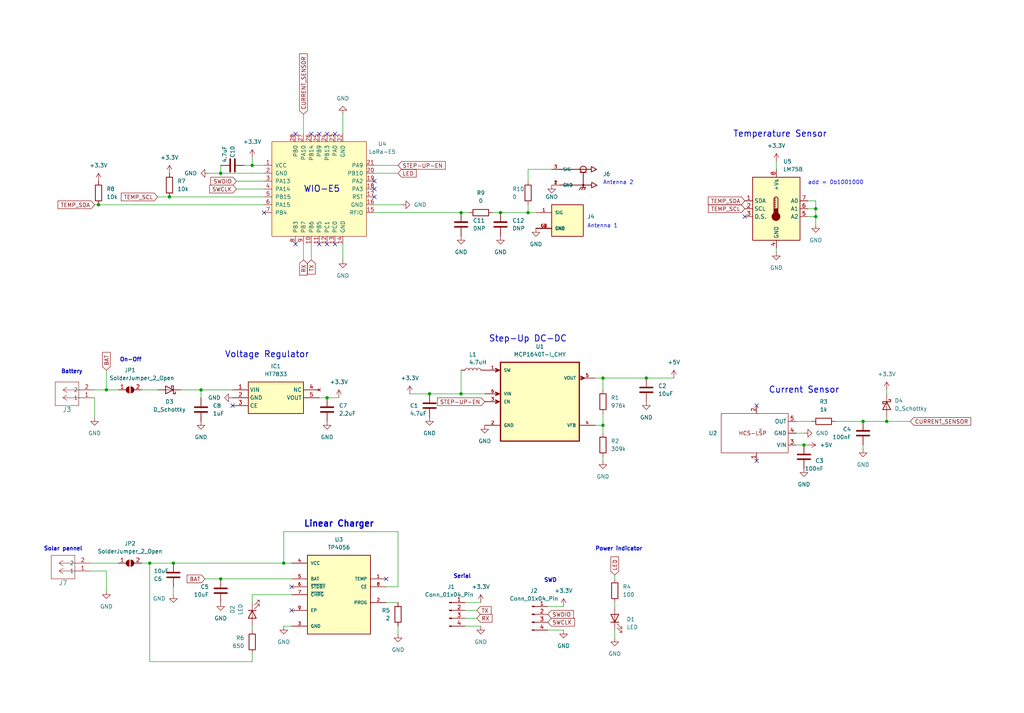
<source format=kicad_sch>
(kicad_sch (version 20230121) (generator eeschema)
  (paper "User" 329.997 229.997)
  (lib_symbols
    (symbol "BWSMA-KE-P001:BWSMA-KE-P001" (pin_names (offset 1.016))
      (property "Reference" "J" (at -5.08 5.842 0))
      (property "Value" "BWSMA-KE-P001" (at -5.08 -7.62 0))
      (symbol "BWSMA-KE-P001_0_0"
        (rectangle (start -5.08 -5.08) (end 5.08 5.08) (stroke (width 0.254)) (fill (type background)))
        (pin passive line (at -10.16 2.54 0) (length 5.08) (name "SIG") (number "1"))
        (pin power_in line (at -10.16 -2.54 0) (length 5.08) (name "GND") (number "G1"))
        (pin power_in line (at -10.16 -2.54 0) (length 5.08) (name "GND") (number "G2"))
        (pin power_in line (at -10.16 -2.54 0) (length 5.08) (name "GND") (number "G3"))
        (pin power_in line (at -10.16 -2.54 0) (length 5.08) (name "GND") (number "G4"))
      )
    )
    (symbol "Connector:Conn_01x04_Pin" (pin_names (offset 1.016) hide)
      (property "Reference" "J" (at 0 5.08 0))
      (property "Value" "Conn_01x04_Pin" (at 0 -7.62 0))
      (symbol "Conn_01x04_Pin_1_1"
        (polyline (pts (xy 1.27 -5.08) (xy 0.8636 -5.08)) (stroke (width 0.1524)))
        (polyline (pts (xy 1.27 -2.54) (xy 0.8636 -2.54)) (stroke (width 0.1524)))
        (polyline (pts (xy 1.27 0) (xy 0.8636 0)) (stroke (width 0.1524)))
        (polyline (pts (xy 1.27 2.54) (xy 0.8636 2.54)) (stroke (width 0.1524)))
        (rectangle (start 0.8636 -4.953) (end 0 -5.207) (stroke (width 0.1524)) (fill (type outline)))
        (rectangle (start 0.8636 -2.413) (end 0 -2.667) (stroke (width 0.1524)) (fill (type outline)))
        (rectangle (start 0.8636 0.127) (end 0 -0.127) (stroke (width 0.1524)) (fill (type outline)))
        (rectangle (start 0.8636 2.667) (end 0 2.413) (stroke (width 0.1524)) (fill (type outline)))
        (pin passive line (at 5.08 2.54 180) (length 3.81) (name "Pin_1") (number "1"))
        (pin passive line (at 5.08 0 180) (length 3.81) (name "Pin_2") (number "2"))
        (pin passive line (at 5.08 -2.54 180) (length 3.81) (name "Pin_3") (number "3"))
        (pin passive line (at 5.08 -5.08 180) (length 3.81) (name "Pin_4") (number "4"))
      )
    )
    (symbol "Device:C" (pin_numbers hide) (pin_names (offset 0.254))
      (property "Reference" "C" (at 0.635 2.54 0))
      (property "Value" "C" (at 0.635 -2.54 0))
      (symbol "C_0_1"
        (polyline (pts (xy -2.032 -0.762) (xy 2.032 -0.762)) (stroke (width 0.508)))
        (polyline (pts (xy -2.032 0.762) (xy 2.032 0.762)) (stroke (width 0.508)))
      )
      (symbol "C_1_1"
        (pin passive line (at 0 3.81 270) (length 2.794) (name "~") (number "1"))
        (pin passive line (at 0 -3.81 90) (length 2.794) (name "~") (number "2"))
      )
    )
    (symbol "Device:D_Schottky" (pin_numbers hide) (pin_names (offset 1.016) hide)
      (property "Reference" "D" (at 0 2.54 0))
      (property "Value" "D_Schottky" (at 0 -2.54 0))
      (symbol "D_Schottky_0_1"
        (polyline (pts (xy 1.27 0) (xy -1.27 0)))
        (polyline (pts (xy 1.27 1.27) (xy 1.27 -1.27) (xy -1.27 0) (xy 1.27 1.27)) (stroke (width 0.254)))
        (polyline (pts (xy -1.905 0.635) (xy -1.905 1.27) (xy -1.27 1.27) (xy -1.27 -1.27) (xy -0.635 -1.27) (xy -0.635 -0.635)) (stroke (width 0.254)))
      )
      (symbol "D_Schottky_1_1"
        (pin passive line (at -3.81 0 0) (length 2.54) (name "K") (number "1"))
        (pin passive line (at 3.81 0 180) (length 2.54) (name "A") (number "2"))
      )
    )
    (symbol "Device:L" (pin_numbers hide) (pin_names (offset 1.016) hide)
      (property "Reference" "L" (at -1.27 0 90))
      (property "Value" "L" (at 1.905 0 90))
      (symbol "L_0_1"
        (arc (start 0 -2.54) (mid 0.6323 -1.905) (end 0 -1.27))
        (arc (start 0 -1.27) (mid 0.6323 -0.635) (end 0 0))
        (arc (start 0 0) (mid 0.6323 0.635) (end 0 1.27))
        (arc (start 0 1.27) (mid 0.6323 1.905) (end 0 2.54))
      )
      (symbol "L_1_1"
        (pin passive line (at 0 3.81 270) (length 1.27) (name "1") (number "1"))
        (pin passive line (at 0 -3.81 90) (length 1.27) (name "2") (number "2"))
      )
    )
    (symbol "Device:LED" (pin_numbers hide) (pin_names (offset 1.016) hide)
      (property "Reference" "D" (at 0 2.54 0))
      (property "Value" "LED" (at 0 -2.54 0))
      (symbol "LED_0_1"
        (polyline (pts (xy -1.27 -1.27) (xy -1.27 1.27)) (stroke (width 0.254)))
        (polyline (pts (xy -1.27 0) (xy 1.27 0)))
        (polyline (pts (xy 1.27 -1.27) (xy 1.27 1.27) (xy -1.27 0) (xy 1.27 -1.27)) (stroke (width 0.254)))
        (polyline (pts (xy -3.048 -0.762) (xy -4.572 -2.286) (xy -3.81 -2.286) (xy -4.572 -2.286) (xy -4.572 -1.524)))
        (polyline (pts (xy -1.778 -0.762) (xy -3.302 -2.286) (xy -2.54 -2.286) (xy -3.302 -2.286) (xy -3.302 -1.524)))
      )
      (symbol "LED_1_1"
        (pin passive line (at -3.81 0 0) (length 2.54) (name "K") (number "1"))
        (pin passive line (at 3.81 0 180) (length 2.54) (name "A") (number "2"))
      )
    )
    (symbol "Device:R" (pin_numbers hide) (pin_names (offset 0))
      (property "Reference" "R" (at 2.032 0 90))
      (property "Value" "R" (at 0 0 90))
      (symbol "R_0_1"
        (rectangle (start -1.016 -2.54) (end 1.016 2.54) (stroke (width 0.254)))
      )
      (symbol "R_1_1"
        (pin passive line (at 0 3.81 270) (length 1.27) (name "~") (number "1"))
        (pin passive line (at 0 -3.81 90) (length 1.27) (name "~") (number "2"))
      )
    )
    (symbol "HCS-LSP:HCS-LSP"
      (property "Reference" "U" (at -15.24 0 0))
      (symbol "HCS-LSP_0_1"
        (rectangle (start -12.7 5.08) (end 8.89 -7.62))
      )
      (symbol "HCS-LSP_1_1"
        (text "HCS-LSP" (at -2.54 -1.27 0) (effects (font (size 1.27 1.27))))
        (pin input line (at -1.27 -10.16 90) (length 2.54) (name "") (number "1"))
        (pin input line (at -1.27 7.62 270) (length 2.54) (name "") (number "2"))
        (pin input line (at 11.43 -5.08 180) (length 2.54) (name "VIN") (number "3"))
        (pin input line (at 11.43 -1.27 180) (length 2.54) (name "GND") (number "4"))
        (pin output line (at 11.43 2.54 180) (length 2.54) (name "OUT") (number "5"))
      )
    )
    (symbol "HT7833:HT7833"
      (property "Reference" "IC" (at 24.13 7.62 0))
      (property "Value" "HT7833" (at 24.13 5.08 0))
      (symbol "HT7833_1_1"
        (rectangle (start 5.08 2.54) (end 22.86 -7.62) (stroke (width 0.254)) (fill (type background)))
        (pin passive line (at 0 0 0) (length 5.08) (name "VIN") (number "1"))
        (pin passive line (at 0 -2.54 0) (length 5.08) (name "GND") (number "2"))
        (pin passive line (at 0 -5.08 0) (length 5.08) (name "CE") (number "3"))
        (pin no_connect line (at 27.94 0 180) (length 5.08) (name "NC") (number "4"))
        (pin passive line (at 27.94 -2.54 180) (length 5.08) (name "VOUT") (number "5"))
      )
    )
    (symbol "Jumper:SolderJumper_2_Open" (pin_names (offset 0) hide)
      (property "Reference" "JP" (at 0 2.032 0))
      (property "Value" "SolderJumper_2_Open" (at 0 -2.54 0))
      (symbol "SolderJumper_2_Open_0_1"
        (arc (start -0.254 1.016) (mid -1.2656 0) (end -0.254 -1.016))
        (arc (start -0.254 1.016) (mid -1.2656 0) (end -0.254 -1.016) (fill (type outline)))
        (polyline (pts (xy -0.254 1.016) (xy -0.254 -1.016)))
        (polyline (pts (xy 0.254 1.016) (xy 0.254 -1.016)))
        (arc (start 0.254 -1.016) (mid 1.2656 0) (end 0.254 1.016))
        (arc (start 0.254 -1.016) (mid 1.2656 0) (end 0.254 1.016) (fill (type outline)))
      )
      (symbol "SolderJumper_2_Open_1_1"
        (pin passive line (at -3.81 0 0) (length 2.54) (name "A") (number "1"))
        (pin passive line (at 3.81 0 180) (length 2.54) (name "B") (number "2"))
      )
    )
    (symbol "KF141R-2-54-2P:KF141R-2.54-2P" (pin_names (offset 0.254))
      (property "Reference" "J" (at 8.89 6.35 0))
      (property "Value" "KF141R-2.54-2P" (at 0 0 0))
      (symbol "KF141R-2.54-2P_1_1"
        (polyline (pts (xy 5.08 -5.08) (xy 12.7 -5.08)) (stroke (width 0.127)))
        (polyline (pts (xy 5.08 2.54) (xy 5.08 -5.08)) (stroke (width 0.127)))
        (polyline (pts (xy 10.16 -2.54) (xy 5.08 -2.54)) (stroke (width 0.127)))
        (polyline (pts (xy 10.16 -2.54) (xy 8.89 -3.3867)) (stroke (width 0.127)))
        (polyline (pts (xy 10.16 -2.54) (xy 8.89 -1.6933)) (stroke (width 0.127)))
        (polyline (pts (xy 10.16 0) (xy 5.08 0)) (stroke (width 0.127)))
        (polyline (pts (xy 10.16 0) (xy 8.89 -0.8467)) (stroke (width 0.127)))
        (polyline (pts (xy 10.16 0) (xy 8.89 0.8467)) (stroke (width 0.127)))
        (polyline (pts (xy 12.7 -5.08) (xy 12.7 2.54)) (stroke (width 0.127)))
        (polyline (pts (xy 12.7 2.54) (xy 5.08 2.54)) (stroke (width 0.127)))
        (pin unspecified line (at 0 0 0) (length 5.08) (name "1") (number "1"))
        (pin unspecified line (at 0 -2.54 0) (length 5.08) (name "2") (number "2"))
      )
      (symbol "KF141R-2.54-2P_1_2"
        (polyline (pts (xy 5.08 -10.16) (xy 12.7 -10.16)) (stroke (width 0.127)))
        (polyline (pts (xy 5.08 2.54) (xy 5.08 -10.16)) (stroke (width 0.127)))
        (polyline (pts (xy 7.62 -7.62) (xy 5.08 -7.62)) (stroke (width 0.127)))
        (polyline (pts (xy 7.62 -7.62) (xy 8.89 -8.4667)) (stroke (width 0.127)))
        (polyline (pts (xy 7.62 -7.62) (xy 8.89 -6.7733)) (stroke (width 0.127)))
        (polyline (pts (xy 7.62 -5.08) (xy 5.08 -5.08)) (stroke (width 0.127)))
        (polyline (pts (xy 7.62 -5.08) (xy 8.89 -5.9267)) (stroke (width 0.127)))
        (polyline (pts (xy 7.62 -5.08) (xy 8.89 -4.2333)) (stroke (width 0.127)))
        (polyline (pts (xy 7.62 -2.54) (xy 5.08 -2.54)) (stroke (width 0.127)))
        (polyline (pts (xy 7.62 -2.54) (xy 8.89 -3.3867)) (stroke (width 0.127)))
        (polyline (pts (xy 7.62 -2.54) (xy 8.89 -1.6933)) (stroke (width 0.127)))
        (polyline (pts (xy 7.62 0) (xy 5.08 0)) (stroke (width 0.127)))
        (polyline (pts (xy 7.62 0) (xy 8.89 -0.8467)) (stroke (width 0.127)))
        (polyline (pts (xy 7.62 0) (xy 8.89 0.8467)) (stroke (width 0.127)))
        (polyline (pts (xy 12.7 -10.16) (xy 12.7 2.54)) (stroke (width 0.127)))
        (polyline (pts (xy 12.7 2.54) (xy 5.08 2.54)) (stroke (width 0.127)))
        (pin unspecified line (at 0 0 0) (length 5.08) (name "1") (number "1"))
        (pin unspecified line (at 0 -2.54 0) (length 5.08) (name "2") (number "2"))
        (pin unspecified line (at 0 -5.08 0) (length 5.08) (name "3") (number "3"))
        (pin unspecified line (at 0 -7.62 0) (length 5.08) (name "4") (number "4"))
      )
    )
    (symbol "LoRa-E5:LoRa-E5" (pin_names (offset 1.016))
      (property "Reference" "U" (at 0 0 0))
      (property "Value" "LoRa-E5" (at 0 2.54 0))
      (symbol "LoRa-E5_0_1"
        (rectangle (start -15.24 15.24) (end 15.24 -15.24) (fill (type background)))
      )
      (symbol "LoRa-E5_1_1"
        (pin input line (at -17.78 7.62 0) (length 2.54) (name "VCC") (number "1"))
        (pin input line (at -2.54 -17.78 90) (length 2.54) (name "PB6") (number "10"))
        (pin input line (at 0 -17.78 90) (length 2.54) (name "PB5") (number "11"))
        (pin input line (at 2.54 -17.78 90) (length 2.54) (name "PC1") (number "12"))
        (pin input line (at 5.08 -17.78 90) (length 2.54) (name "PC0") (number "13"))
        (pin input line (at 7.62 -17.78 90) (length 2.54) (name "GND") (number "14"))
        (pin input line (at 17.78 -7.62 180) (length 2.54) (name "RFIO") (number "15"))
        (pin input line (at 17.78 -5.08 180) (length 2.54) (name "GND") (number "16"))
        (pin input line (at 17.78 -2.54 180) (length 2.54) (name "RST") (number "17"))
        (pin input line (at 17.78 0 180) (length 2.54) (name "PA3") (number "18"))
        (pin input line (at 17.78 2.54 180) (length 2.54) (name "PA2") (number "19"))
        (pin input line (at -17.78 5.08 0) (length 2.54) (name "GND") (number "2"))
        (pin input line (at 17.78 5.08 180) (length 2.54) (name "PB10") (number "20"))
        (pin input line (at 17.78 7.62 180) (length 2.54) (name "PA9") (number "21"))
        (pin input line (at 7.62 17.78 270) (length 2.54) (name "GND") (number "22"))
        (pin input line (at 5.08 17.78 270) (length 2.54) (name "PA0") (number "23"))
        (pin input line (at 2.54 17.78 270) (length 2.54) (name "PB13~{}") (number "24"))
        (pin input line (at 0 17.78 270) (length 2.54) (name "PB9") (number "25"))
        (pin input line (at -2.54 17.78 270) (length 2.54) (name "PB14") (number "26"))
        (pin input line (at -5.08 17.78 270) (length 2.54) (name "PA10") (number "27"))
        (pin input line (at -7.62 17.78 270) (length 2.54) (name "PB0") (number "28"))
        (pin input line (at -17.78 2.54 0) (length 2.54) (name "PA13") (number "3"))
        (pin input line (at -17.78 0 0) (length 2.54) (name "PA14") (number "4"))
        (pin input line (at -17.78 -2.54 0) (length 2.54) (name "PB15") (number "5"))
        (pin input line (at -17.78 -5.08 0) (length 2.54) (name "PA15") (number "6"))
        (pin input line (at -17.78 -7.62 0) (length 2.54) (name "PB4") (number "7"))
        (pin input line (at -7.62 -17.78 90) (length 2.54) (name "PB3") (number "8"))
        (pin input line (at -5.08 -17.78 90) (length 2.54) (name "PB7") (number "9"))
      )
    )
    (symbol "MCP1640T-I_CHY:MCP1640T-I_CHY" (pin_names (offset 1.016))
      (property "Reference" "U1" (at 0 15.24 0))
      (property "Value" "MCP1640T-I_CHY" (at 0 12.7 0))
      (symbol "MCP1640T-I_CHY_0_0"
        (rectangle (start -12.7 -15.24) (end 12.7 10.16) (stroke (width 0.4064)) (fill (type background)))
        (polyline (pts (xy -13.208 -2.54) (xy -14.2748 -3.048)) (stroke (width 0.4064)))
        (polyline (pts (xy -13.208 -2.54) (xy -14.2748 -2.032)) (stroke (width 0.4064)))
        (polyline (pts (xy -13.208 0) (xy -14.2748 -0.508)) (stroke (width 0.4064)))
        (polyline (pts (xy -13.208 0) (xy -14.2748 0.508)) (stroke (width 0.4064)))
        (polyline (pts (xy -13.208 7.62) (xy -14.2748 7.112)) (stroke (width 0.4064)))
        (polyline (pts (xy -13.208 7.62) (xy -14.2748 8.128)) (stroke (width 0.4064)))
        (polyline (pts (xy 13.208 4.572) (xy 14.2748 5.08)) (stroke (width 0.4064)))
        (polyline (pts (xy 13.208 5.588) (xy 14.2748 5.08)) (stroke (width 0.4064)))
        (pin input line (at -17.78 7.62 0) (length 5.08) (name "SW") (number "1"))
        (pin passive line (at -17.78 -10.16 0) (length 5.08) (name "GND") (number "2"))
        (pin input line (at -17.78 -2.54 0) (length 5.08) (name "EN") (number "3"))
        (pin input line (at 17.78 -10.16 180) (length 5.08) (name "VFB") (number "4"))
        (pin output line (at 17.78 5.08 180) (length 5.08) (name "VOUT") (number "5"))
        (pin input line (at -17.78 0 0) (length 5.08) (name "VIN") (number "6"))
      )
    )
    (symbol "Sensor_Temperature:LM75B"
      (property "Reference" "U" (at -6.35 11.43 0))
      (property "Value" "LM75B" (at 0 11.43 0))
      (symbol "LM75B_0_1"
        (rectangle (start -7.62 10.16) (end 7.62 -10.16) (stroke (width 0.254)) (fill (type background)))
        (circle (center -0.127 -2.54) (radius 1.27) (stroke (width 0.254)) (fill (type outline)))
        (polyline (pts (xy -0.762 0.635) (xy -0.127 0.635)) (stroke (width 0.254)))
        (polyline (pts (xy -0.762 1.27) (xy -0.127 1.27)) (stroke (width 0.254)))
        (polyline (pts (xy -0.762 1.905) (xy -0.127 1.905)) (stroke (width 0.254)))
        (polyline (pts (xy -0.762 2.54) (xy -0.127 2.54)) (stroke (width 0.254)))
        (polyline (pts (xy -0.762 3.175) (xy -0.762 0)) (stroke (width 0.254)))
        (polyline (pts (xy -0.762 3.175) (xy -0.127 3.175)) (stroke (width 0.254)))
        (polyline (pts (xy 0.508 3.175) (xy 0.508 0)) (stroke (width 0.254)))
        (rectangle (start 0.508 -1.905) (end -0.762 0) (stroke (width 0.254)) (fill (type outline)))
        (arc (start 0.508 3.175) (mid -0.127 3.8073) (end -0.762 3.175) (stroke (width 0.254)))
      )
      (symbol "LM75B_1_1"
        (pin bidirectional line (at -10.16 2.54 0) (length 2.54) (name "SDA") (number "1"))
        (pin input line (at -10.16 0 0) (length 2.54) (name "SCL") (number "2"))
        (pin open_collector line (at -10.16 -2.54 0) (length 2.54) (name "O.S.") (number "3"))
        (pin power_in line (at 0 -12.7 90) (length 2.54) (name "GND") (number "4"))
        (pin input line (at 10.16 -2.54 180) (length 2.54) (name "A2") (number "5"))
        (pin input line (at 10.16 0 180) (length 2.54) (name "A1") (number "6"))
        (pin input line (at 10.16 2.54 180) (length 2.54) (name "A0") (number "7"))
        (pin power_in line (at 0 12.7 270) (length 2.54) (name "+Vs") (number "8"))
      )
    )
    (symbol "TP4056:TP4056" (pin_names (offset 1.016))
      (property "Reference" "U" (at -10.16 13.208 0))
      (property "Value" "TP4056" (at -10.16 -15.24 0))
      (symbol "TP4056_0_0"
        (rectangle (start -10.16 -12.7) (end 10.16 12.7) (stroke (width 0.254)) (fill (type background)))
        (pin input line (at -15.24 5.08 0) (length 5.08) (name "TEMP") (number "1"))
        (pin bidirectional line (at -15.24 -2.54 0) (length 5.08) (name "PROG") (number "2"))
        (pin power_in line (at 15.24 -10.16 180) (length 5.08) (name "GND") (number "3"))
        (pin power_in line (at 15.24 10.16 180) (length 5.08) (name "VCC") (number "4"))
        (pin output line (at 15.24 5.08 180) (length 5.08) (name "BAT") (number "5"))
        (pin output line (at 15.24 2.54 180) (length 5.08) (name "~{STDBY}") (number "6"))
        (pin output line (at 15.24 0 180) (length 5.08) (name "~{CHRG}") (number "7"))
        (pin input line (at -15.24 2.54 0) (length 5.08) (name "CE") (number "8"))
        (pin passive line (at 15.24 -5.08 180) (length 5.08) (name "EP") (number "9"))
      )
    )
    (symbol "U.FL-R-SMT_01_:U.FL-R-SMT_01_" (pin_names (offset 1.016))
      (property "Reference" "J" (at -3.8186 4.0731 0))
      (property "Value" "U.FL-R-SMT_01_" (at -4.3278 -5.6007 0))
      (symbol "U.FL-R-SMT_01__0_0"
        (circle (center 0 -2.54) (radius 0.254) (stroke (width 0.254)))
        (polyline (pts (xy -7.62 -2.54) (xy 0 -2.54)) (stroke (width 0.254)))
        (polyline (pts (xy -7.62 2.54) (xy 2.54 2.54)) (stroke (width 0.254)))
        (polyline (pts (xy -1.016 1.524) (xy 0 1.524)) (stroke (width 0.254)))
        (polyline (pts (xy -0.762 -3.302) (xy -1.27 -4.064)) (stroke (width 0.254)))
        (polyline (pts (xy 0 -3.302) (xy -0.762 -3.302)) (stroke (width 0.254)))
        (polyline (pts (xy 0 -3.302) (xy -0.508 -4.064)) (stroke (width 0.254)))
        (polyline (pts (xy 0 -3.302) (xy 0.762 -3.302)) (stroke (width 0.254)))
        (polyline (pts (xy 0 -2.54) (xy 0 -3.302)) (stroke (width 0.254)))
        (polyline (pts (xy 0 1.524) (xy 0 -2.54)) (stroke (width 0.254)))
        (polyline (pts (xy 0 1.524) (xy 1.016 1.524)) (stroke (width 0.254)))
        (polyline (pts (xy 0.762 -3.302) (xy 0.254 -4.064)) (stroke (width 0.254)))
        (polyline (pts (xy 2.54 -2.54) (xy 0 -2.54)) (stroke (width 0.254)))
        (polyline (pts (xy 2.6 1.7) (xy 4.3 2.5)) (stroke (width 0.254)))
        (polyline (pts (xy 2.6 3.4) (xy 2.6 1.7)) (stroke (width 0.254)))
        (polyline (pts (xy 2.7 -3.4) (xy 4.4 -2.6)) (stroke (width 0.254)))
        (polyline (pts (xy 2.7 -1.7) (xy 2.7 -3.4)) (stroke (width 0.254)))
        (polyline (pts (xy 4.3 2.5) (xy 2.7 3.4)) (stroke (width 0.254)))
        (polyline (pts (xy 4.4 -2.6) (xy 2.8 -1.7)) (stroke (width 0.254)))
        (circle (center 0 2.54) (radius 1.016) (stroke (width 0.254)))
        (pin passive line (at -10.16 -2.54 0) (length 2.54) (name "GND") (number "1"))
        (pin passive line (at -10.16 -2.54 0) (length 2.54) (name "GND") (number "2"))
        (pin passive line (at -10.16 2.54 0) (length 2.54) (name "SIG") (number "3"))
      )
    )
    (symbol "power:+3.3V" (power) (pin_names (offset 0))
      (property "Value" "+3.3V" (at 0 3.556 0))
      (symbol "+3.3V_0_1"
        (polyline (pts (xy -0.762 1.27) (xy 0 2.54)))
        (polyline (pts (xy 0 0) (xy 0 2.54)))
        (polyline (pts (xy 0 2.54) (xy 0.762 1.27)))
      )
      (symbol "+3.3V_1_1"
        (pin power_in line (at 0 0 90) (length 0) hide (name "+3.3V") (number "1"))
      )
    )
    (symbol "power:+5V" (power) (pin_names (offset 0))
      (property "Value" "+5V" (at 0 3.556 0))
      (symbol "+5V_0_1"
        (polyline (pts (xy -0.762 1.27) (xy 0 2.54)))
        (polyline (pts (xy 0 0) (xy 0 2.54)))
        (polyline (pts (xy 0 2.54) (xy 0.762 1.27)))
      )
      (symbol "+5V_1_1"
        (pin power_in line (at 0 0 90) (length 0) hide (name "+5V") (number "1"))
      )
    )
    (symbol "power:GND" (power) (pin_names (offset 0))
      (property "Value" "GND" (at 0 -3.81 0))
      (symbol "GND_0_1"
        (polyline (pts (xy 0 0) (xy 0 -1.27) (xy 1.27 -1.27) (xy 0 -2.54) (xy -1.27 -1.27) (xy 0 -1.27)))
      )
      (symbol "GND_1_1"
        (pin power_in line (at 0 0 270) (length 0) hide (name "GND") (number "1"))
      )
    )
  )
  (junction (at 34.29 125.73))
  (junction (at 148.59 127))
  (junction (at 161.29 68.58))
  (junction (at 170.18 68.58))
  (junction (at 278.13 135.89))
  (junction (at 208.28 121.92))
  (junction (at 81.28 53.34))
  (junction (at 54.61 63.5))
  (junction (at 285.75 135.89))
  (junction (at 194.31 137.16))
  (junction (at 64.77 125.73))
  (junction (at 148.59 68.58))
  (junction (at 262.89 69.85))
  (junction (at 259.08 143.51))
  (junction (at 91.44 181.61))
  (junction (at 31.75 66.04))
  (junction (at 262.89 67.31))
  (junction (at 138.43 127))
  (junction (at 105.41 128.27))
  (junction (at 194.31 121.92))
  (junction (at 55.88 181.61))
  (junction (at 71.12 55.88))
  (junction (at 71.12 186.69))
  (junction (at 48.26 181.61))
  (no_connect (at 102.87 78.74))
  (no_connect (at 240.03 69.85))
  (no_connect (at 93.98 196.85))
  (no_connect (at 100.33 43.18))
  (no_connect (at 105.41 43.18))
  (no_connect (at 95.25 43.18))
  (no_connect (at 74.93 130.81))
  (no_connect (at 243.84 130.81))
  (no_connect (at 120.65 60.96))
  (no_connect (at 93.98 189.23))
  (no_connect (at 95.25 78.74))
  (no_connect (at 105.41 78.74))
  (no_connect (at 107.95 78.74))
  (no_connect (at 102.87 43.18))
  (no_connect (at 243.84 148.59))
  (no_connect (at 120.65 63.5))
  (no_connect (at 124.46 186.69))
  (no_connect (at 107.95 43.18))
  (no_connect (at 120.65 58.42))
  (no_connect (at 85.09 68.58))
  (wire (pts (xy 29.21 181.61) (xy 38.1 181.61)))
  (wire (pts (xy 54.61 63.5) (xy 85.09 63.5)))
  (wire (pts (xy 194.31 137.16) (xy 194.31 139.7)))
  (wire (pts (xy 132.08 127) (xy 138.43 127)))
  (wire (pts (xy 170.18 66.04) (xy 170.18 68.58)))
  (wire (pts (xy 30.48 128.27) (xy 30.48 134.62)))
  (wire (pts (xy 81.28 53.34) (xy 85.09 53.34)))
  (wire (pts (xy 285.75 134.62) (xy 285.75 135.89)))
  (wire (pts (xy 45.72 125.73) (xy 50.8 125.73)))
  (wire (pts (xy 71.12 186.69) (xy 66.04 186.69)))
  (wire (pts (xy 194.31 121.92) (xy 208.28 121.92)))
  (wire (pts (xy 191.77 137.16) (xy 194.31 137.16)))
  (wire (pts (xy 198.12 203.2) (xy 198.12 205.74)))
  (wire (pts (xy 120.65 68.58) (xy 148.59 68.58)))
  (wire (pts (xy 161.29 68.58) (xy 170.18 68.58)))
  (wire (pts (xy 262.89 72.39) (xy 262.89 69.85)))
  (wire (pts (xy 50.8 63.5) (xy 54.61 63.5)))
  (wire (pts (xy 34.29 125.73) (xy 30.48 125.73)))
  (wire (pts (xy 148.59 119.38) (xy 148.59 127)))
  (wire (pts (xy 97.79 36.83) (xy 97.79 43.18)))
  (wire (pts (xy 48.26 181.61) (xy 55.88 181.61)))
  (wire (pts (xy 34.29 125.73) (xy 38.1 125.73)))
  (wire (pts (xy 128.27 189.23) (xy 128.27 171.45)))
  (wire (pts (xy 158.75 68.58) (xy 161.29 68.58)))
  (wire (pts (xy 262.89 69.85) (xy 260.35 69.85)))
  (wire (pts (xy 78.74 53.34) (xy 81.28 53.34)))
  (wire (pts (xy 71.12 53.34) (xy 71.12 55.88)))
  (wire (pts (xy 149.86 196.85) (xy 153.67 196.85)))
  (wire (pts (xy 100.33 78.74) (xy 100.33 83.82)))
  (wire (pts (xy 149.86 199.39) (xy 153.67 199.39)))
  (wire (pts (xy 285.75 125.73) (xy 285.75 127)))
  (wire (pts (xy 170.18 54.61) (xy 177.8 54.61)))
  (wire (pts (xy 194.31 147.32) (xy 194.31 148.59)))
  (wire (pts (xy 93.98 181.61) (xy 91.44 181.61)))
  (wire (pts (xy 170.18 58.42) (xy 170.18 54.61)))
  (wire (pts (xy 81.28 213.36) (xy 48.26 213.36)))
  (wire (pts (xy 285.75 135.89) (xy 278.13 135.89)))
  (wire (pts (xy 102.87 128.27) (xy 105.41 128.27)))
  (wire (pts (xy 176.53 203.2) (xy 181.61 203.2)))
  (wire (pts (xy 148.59 127) (xy 156.21 127)))
  (wire (pts (xy 198.12 185.42) (xy 198.12 186.69)))
  (wire (pts (xy 30.48 66.04) (xy 31.75 66.04)))
  (wire (pts (xy 191.77 121.92) (xy 194.31 121.92)))
  (wire (pts (xy 58.42 125.73) (xy 64.77 125.73)))
  (wire (pts (xy 120.65 53.34) (xy 128.27 53.34)))
  (wire (pts (xy 262.89 64.77) (xy 262.89 67.31)))
  (wire (pts (xy 149.86 194.31) (xy 154.94 194.31)))
  (wire (pts (xy 278.13 143.51) (xy 278.13 144.78)))
  (wire (pts (xy 67.31 55.88) (xy 71.12 55.88)))
  (wire (pts (xy 250.19 52.07) (xy 250.19 54.61)))
  (wire (pts (xy 76.2 58.42) (xy 85.09 58.42)))
  (wire (pts (xy 194.31 121.92) (xy 194.31 125.73)))
  (wire (pts (xy 293.37 135.89) (xy 285.75 135.89)))
  (wire (pts (xy 93.98 201.93) (xy 91.44 201.93)))
  (wire (pts (xy 81.28 50.8) (xy 81.28 53.34)))
  (wire (pts (xy 29.21 184.15) (xy 34.29 184.15)))
  (wire (pts (xy 110.49 36.83) (xy 110.49 43.18)))
  (wire (pts (xy 198.12 194.31) (xy 198.12 195.58)))
  (wire (pts (xy 81.28 210.82) (xy 81.28 213.36)))
  (wire (pts (xy 138.43 127) (xy 148.59 127)))
  (wire (pts (xy 176.53 195.58) (xy 181.61 195.58)))
  (wire (pts (xy 208.28 121.92) (xy 217.17 121.92)))
  (wire (pts (xy 48.26 181.61) (xy 48.26 213.36)))
  (wire (pts (xy 128.27 171.45) (xy 91.44 171.45)))
  (wire (pts (xy 194.31 137.16) (xy 194.31 133.35)))
  (wire (pts (xy 128.27 194.31) (xy 124.46 194.31)))
  (wire (pts (xy 259.08 143.51) (xy 260.35 143.51)))
  (wire (pts (xy 124.46 189.23) (xy 128.27 189.23)))
  (wire (pts (xy 74.93 125.73) (xy 64.77 125.73)))
  (wire (pts (xy 91.44 171.45) (xy 91.44 181.61)))
  (wire (pts (xy 91.44 181.61) (xy 55.88 181.61)))
  (wire (pts (xy 81.28 203.2) (xy 81.28 201.93)))
  (wire (pts (xy 256.54 143.51) (xy 259.08 143.51)))
  (wire (pts (xy 64.77 125.73) (xy 64.77 128.27)))
  (wire (pts (xy 250.19 80.01) (xy 250.19 81.28)))
  (wire (pts (xy 34.29 119.38) (xy 34.29 125.73)))
  (wire (pts (xy 81.28 194.31) (xy 81.28 191.77)))
  (wire (pts (xy 105.41 128.27) (xy 109.22 128.27)))
  (wire (pts (xy 259.08 139.7) (xy 256.54 139.7)))
  (wire (pts (xy 55.88 191.77) (xy 55.88 189.23)))
  (wire (pts (xy 120.65 66.04) (xy 129.54 66.04)))
  (wire (pts (xy 31.75 66.04) (xy 85.09 66.04)))
  (wire (pts (xy 34.29 184.15) (xy 34.29 190.5)))
  (wire (pts (xy 128.27 55.88) (xy 120.65 55.88)))
  (wire (pts (xy 148.59 68.58) (xy 151.13 68.58)))
  (wire (pts (xy 260.35 64.77) (xy 262.89 64.77)))
  (wire (pts (xy 97.79 78.74) (xy 97.79 83.82)))
  (wire (pts (xy 278.13 135.89) (xy 269.24 135.89)))
  (wire (pts (xy 45.72 181.61) (xy 48.26 181.61)))
  (wire (pts (xy 149.86 201.93) (xy 154.94 201.93)))
  (wire (pts (xy 128.27 201.93) (xy 128.27 204.47)))
  (wire (pts (xy 93.98 191.77) (xy 81.28 191.77)))
  (wire (pts (xy 260.35 67.31) (xy 262.89 67.31)))
  (wire (pts (xy 170.18 68.58) (xy 172.72 68.58)))
  (wire (pts (xy 256.54 135.89) (xy 261.62 135.89)))
  (wire (pts (xy 262.89 67.31) (xy 262.89 69.85)))
  (wire (pts (xy 71.12 55.88) (xy 85.09 55.88)))
  (wire (pts (xy 76.2 60.96) (xy 85.09 60.96)))
  (wire (pts (xy 110.49 78.74) (xy 110.49 83.82)))
  (wire (pts (xy 93.98 186.69) (xy 71.12 186.69)))
  (text "Power indicator" (at 191.77 177.8 0) (effects (font (size 1.27 1.27) bold) (justify left bottom)))
  (text "On-Off" (at 45.72 116.84 0) (effects (font (size 1.27 1.27) (thickness 0.254) bold) (justify right bottom)))
  (text "Temperature Sensor" (at 236.22 44.45 0) (effects (font (size 2 2) (thickness 0.254) bold) (justify left bottom)))
  (text "add = 0b1001000" (at 260.35 59.69 0) (effects (font (size 1.27 1.27)) (justify left bottom)))
  (text "Step-Up DC-DC " (at 157.48 110.49 0) (effects (font (size 2 2) (thickness 0.254) bold) (justify left bottom)))
  (text "Antenna 1" (at 189.23 73.66 0) (effects (font (size 1.27 1.27)) (justify left bottom)))
  (text "WIO-E5" (at 97.79 62.23 0) (effects (font (size 2 2) (thickness 0.254) bold) (justify left bottom)))
  (text "Solar pannel" (at 26.67 177.8 0) (effects (font (size 1.27 1.27) (thickness 0.254) bold) (justify right bottom)))
  (text "SWD\n" (at 175.26 187.96 0) (effects (font (size 1.27 1.27) (thickness 0.254) bold) (justify left bottom)))
  (text "Antenna 2" (at 194.31 59.69 0) (effects (font (size 1.27 1.27)) (justify left bottom)))
  (text "Current Sensor" (at 247.65 127 0) (effects (font (size 2 2) (thickness 0.254) bold) (justify left bottom)))
  (text "Serial" (at 146.05 186.69 0) (effects (font (size 1.27 1.27) bold) (justify left bottom)))
  (text "Battery" (at 26.67 120.65 0) (effects (font (size 1.27 1.27) (thickness 0.254) bold) (justify right bottom)))
  (text "Linear Charger" (at 120.65 170.18 0) (effects (font (size 2 2) bold) (justify right bottom)))
  (text "Voltage Regulator" (at 72.39 115.57 0) (effects (font (size 2 2) (thickness 0.254) bold) (justify left bottom)))
  (global_label "TX" (shape input) (at 100.33 83.82 270) (property "Intersheetrefs" "${INTERSHEET_REFS}" (effects hide)))
  (global_label "SWDIO" (shape input) (at 76.2 58.42 180) (property "Intersheetrefs" "${INTERSHEET_REFS}" (effects hide)))
  (global_label "SWCLK" (shape input) (at 76.2 60.96 180) (property "Intersheetrefs" "${INTERSHEET_REFS}" (effects hide)))
  (global_label "SWDIO" (shape input) (at 176.53 198.12 0) (property "Intersheetrefs" "${INTERSHEET_REFS}" (effects hide)))
  (global_label "TEMP_SCL" (shape input) (at 50.8 63.5 180) (property "Intersheetrefs" "${INTERSHEET_REFS}" (effects hide)))
  (global_label "SWCLK" (shape input) (at 176.53 200.66 0) (property "Intersheetrefs" "${INTERSHEET_REFS}" (effects hide)))
  (global_label "LED" (shape input) (at 198.12 185.42 90) (property "Intersheetrefs" "${INTERSHEET_REFS}" (effects hide)))
  (global_label "STEP-UP-EN" (shape input) (at 128.27 53.34 0) (property "Intersheetrefs" "${INTERSHEET_REFS}" (effects hide)))
  (global_label "BAT" (shape input) (at 34.29 119.38 90) (property "Intersheetrefs" "${INTERSHEET_REFS}" (effects hide)))
  (global_label "TEMP_SDA" (shape input) (at 30.48 66.04 180) (property "Intersheetrefs" "${INTERSHEET_REFS}" (effects hide)))
  (global_label "RX" (shape input) (at 153.67 199.39 0) (property "Intersheetrefs" "${INTERSHEET_REFS}" (effects hide)))
  (global_label "TX" (shape input) (at 153.67 196.85 0) (property "Intersheetrefs" "${INTERSHEET_REFS}" (effects hide)))
  (global_label "RX" (shape input) (at 97.79 83.82 270) (property "Intersheetrefs" "${INTERSHEET_REFS}" (effects hide)))
  (global_label "CURRENT_SENSOR" (shape input) (at 97.79 36.83 90) (property "Intersheetrefs" "${INTERSHEET_REFS}" (effects hide)))
  (global_label "STEP-UP-EN" (shape input) (at 156.21 129.54 180) (property "Intersheetrefs" "${INTERSHEET_REFS}" (effects hide)))
  (global_label "CURRENT_SENSOR" (shape input) (at 293.37 135.89 0) (property "Intersheetrefs" "${INTERSHEET_REFS}" (effects hide)))
  (global_label "LED" (shape input) (at 128.27 55.88 0) (property "Intersheetrefs" "${INTERSHEET_REFS}" (effects hide)))
  (global_label "BAT" (shape input) (at 66.04 186.69 180) (property "Intersheetrefs" "${INTERSHEET_REFS}" (effects hide)))
  (global_label "TEMP_SDA" (shape input) (at 240.03 64.77 180) (property "Intersheetrefs" "${INTERSHEET_REFS}" (effects hide)))
  (global_label "TEMP_SCL" (shape input) (at 240.03 67.31 180) (property "Intersheetrefs" "${INTERSHEET_REFS}" (effects hide)))
  (symbol (lib_id "power:GND") (at 259.08 151.13 0) (mirror y) (unit 1)
    (property "Reference" "#PWR012" (effects hide))
    (property "Value" "GND" (at 259.08 156.21 0))
  )
  (symbol (lib_id "power:GND") (at 110.49 36.83 0) (mirror x) (unit 1)
    (property "Reference" "#PWR029" (effects hide))
    (property "Value" "GND" (at 110.49 31.75 0))
  )
  (symbol (lib_id "Device:R") (at 265.43 135.89 270) (mirror x) (unit 1)
    (property "Reference" "R3" (at 265.43 129.54 90))
    (property "Value" "1k" (at 265.43 132.08 90))
    (property "Footprint" "Resistor_SMD:R_1206_3216Metric" (effects hide))
    (property "LCSC" "C2907440" (effects hide))
  )
  (symbol (lib_id "power:GND") (at 262.89 72.39 0) (mirror y) (unit 1)
    (property "Reference" "#PWR028" (effects hide))
    (property "Value" "GND" (at 262.89 77.47 0))
  )
  (symbol (lib_id "KF141R-2-54-2P:KF141R-2.54-2P") (at 29.21 184.15 180) (unit 1)
    (property "Reference" "J7" (at 20.32 187.96 0) (effects (font (size 1.524 1.524))))
    (property "Value" "KF141R-2.54-2P" (effects hide))
    (property "Footprint" "CONN_KF141R_CKE" (effects hide))
    (property "Datasheet" "KF141R-2.54-2P" (effects hide))
  )
  (symbol (lib_id "power:GND") (at 91.44 201.93 0) (mirror y) (unit 1)
    (property "Reference" "#PWR017" (effects hide))
    (property "Value" "GND" (at 91.44 207.01 0))
  )
  (symbol (lib_id "power:+3.3V") (at 31.75 58.42 0) (unit 1)
    (property "Reference" "#PWR040" (effects hide))
    (property "Value" "+3.3V" (at 31.75 53.34 0))
  )
  (symbol (lib_id "Device:D_Schottky") (at 285.75 130.81 270) (unit 1)
    (property "Reference" "D4" (at 288.29 129.2225 90) (effects (justify left)))
    (property "Value" "D_Schottky" (at 288.29 131.7625 90) (effects (justify left)))
    (property "Footprint" "Diode_SMD:D_1206_3216Metric" (effects hide))
    (property "LCSC" "C143806" (effects hide))
  )
  (symbol (lib_id "power:GND") (at 177.8 59.69 0) (mirror y) (unit 1)
    (property "Reference" "#PWR037" (effects hide))
    (property "Value" "GND" (at 177.8 63.5 0))
  )
  (symbol (lib_id "Device:R") (at 154.94 68.58 90) (unit 1)
    (property "Reference" "R9" (at 154.94 62.23 90))
    (property "Value" "0" (at 154.94 64.77 90))
    (property "Footprint" "Resistor_SMD:R_0603_1608Metric" (effects hide))
    (property "LCSC" "C21189" (effects hide))
  )
  (symbol (lib_id "power:GND") (at 128.27 204.47 0) (mirror y) (unit 1)
    (property "Reference" "#PWR016" (effects hide))
    (property "Value" "GND" (at 128.27 209.55 0))
  )
  (symbol (lib_id "Connector:Conn_01x04_Pin") (at 171.45 198.12 0) (unit 1)
    (property "Reference" "J2" (at 172.085 190.5 0))
    (property "Value" "Conn_01x04_Pin" (at 172.085 193.04 0))
    (property "Footprint" "Connector_PinHeader_2.54mm:PinHeader_1x04_P2.54mm_Vertical" (effects hide))
    (property "LCSC" "C6332197" (effects hide))
  )
  (symbol (lib_id "Device:C") (at 71.12 190.5 0) (mirror y) (unit 1)
    (property "Reference" "C5" (at 67.31 189.23 0) (effects (justify left)))
    (property "Value" "10uF" (at 67.31 191.77 0) (effects (justify left)))
    (property "Footprint" "Capacitor_SMD:C_1206_3216Metric" (effects hide))
    (property "LCSC" "C5189826" (effects hide))
  )
  (symbol (lib_id "power:+3.3V") (at 132.08 127 0) (unit 1)
    (property "Reference" "#PWR01" (effects hide))
    (property "Value" "+3.3V" (at 132.08 121.92 0))
  )
  (symbol (lib_id "power:+3.3V") (at 154.94 194.31 0) (unit 1)
    (property "Reference" "#PWR07" (effects hide))
    (property "Value" "+3.3V" (at 154.94 189.23 0))
  )
  (symbol (lib_id "LoRa-E5:LoRa-E5") (at 102.87 60.96 0) (unit 1)
    (property "Reference" "U4" (at 123.19 46.4119 0))
    (property "Value" "LoRa-E5" (at 123.19 48.9519 0))
    (property "Footprint" "LoRa-E5:LoRa-E5" (effects hide))
  )
  (symbol (lib_id "power:GND") (at 74.93 128.27 270) (unit 1)
    (property "Reference" "#PWR025" (effects hide))
    (property "Value" "GND" (at 71.12 128.27 90) (effects (justify right)))
  )
  (symbol (lib_id "power:+5V") (at 217.17 121.92 0) (unit 1)
    (property "Reference" "#PWR06" (effects hide))
    (property "Value" "+5V" (at 217.17 116.84 0))
  )
  (symbol (lib_id "power:GND") (at 67.31 55.88 270) (mirror x) (unit 1)
    (property "Reference" "#PWR018" (effects hide))
    (property "Value" "GND" (at 63.5 55.88 90) (effects (justify right)))
  )
  (symbol (lib_id "power:GND") (at 129.54 66.04 90) (mirror x) (unit 1)
    (property "Reference" "#PWR027" (effects hide))
    (property "Value" "GND" (at 133.35 66.04 90) (effects (justify right)))
  )
  (symbol (lib_id "power:GND") (at 64.77 135.89 0) (unit 1)
    (property "Reference" "#PWR024" (effects hide))
    (property "Value" "GND" (at 64.77 140.97 0))
  )
  (symbol (lib_id "Device:C") (at 259.08 147.32 0) (mirror y) (unit 1)
    (property "Reference" "C3" (at 265.43 148.59 0) (effects (justify left)))
    (property "Value" "100nF" (at 265.43 151.13 0) (effects (justify left)))
    (property "Footprint" "Capacitor_SMD:C_1206_3216Metric" (effects hide))
    (property "LCSC" "C5448901" (effects hide))
  )
  (symbol (lib_id "Device:LED") (at 198.12 199.39 90) (unit 1)
    (property "Reference" "D1" (at 201.93 199.7075 90) (effects (justify right)))
    (property "Value" "LED" (at 201.93 202.2475 90) (effects (justify right)))
    (property "Footprint" "LED_SMD:LED_1206_3216Metric" (effects hide))
    (property "LCSC" "C965825" (effects hide))
  )
  (symbol (lib_id "power:+3.3V") (at 81.28 50.8 0) (unit 1)
    (property "Reference" "#PWR021" (effects hide))
    (property "Value" "+3.3V" (at 81.28 45.72 0))
  )
  (symbol (lib_id "power:GND") (at 208.28 129.54 0) (unit 1)
    (property "Reference" "#PWR05" (effects hide))
    (property "Value" "GND" (at 208.28 134.62 0))
  )
  (symbol (lib_id "MCP1640T-I_CHY:MCP1640T-I_CHY") (at 173.99 127 0) (unit 1)
    (property "Reference" "U1" (at 173.99 111.76 0))
    (property "Value" "MCP1640T-I_CHY" (at 173.99 114.3 0))
    (property "Footprint" "MCP1640T-I_CHY:SOT95P270X145-6N" (effects hide))
    (property "MF" "Microchip" (effects hide))
    (property "Description" "\n500 KHZ, 300 MA SYN. BOOST, OUTPUT DISCONNECT & PWM/PFM ENABLED, 6 SOT-23 COL T/ | Microchip Technology Inc. MCP1640T-I/CHY\n" (effects hide))
    (property "PACKAGE" "SOT-6" (effects hide))
    (property "MPN" "MCP1640T-I/CHY" (effects hide))
    (property "Price" "None" (effects hide))
    (property "Package" "SOT-23-6 Microchip" (effects hide))
    (property "OC_FARNELL" "1800208" (effects hide))
    (property "SnapEDA_Link" "https://www.snapeda.com/parts/MCP1640T-I/CHY/Microchip/view-part/?ref=snap" (effects hide))
    (property "MP" "MCP1640T-I/CHY" (effects hide))
    (property "Purchase-URL" "https://www.snapeda.com/api/url_track_click_mouser/?unipart_id=1037498&manufacturer=Microchip&part_name=MCP1640T-I/CHY&search_term=mcp1640" (effects hide))
    (property "SUPPLIER" "Microchip" (effects hide))
    (property "OC_NEWARK" "73R3626" (effects hide))
    (property "Availability" "In Stock" (effects hide))
    (property "Check_prices" "https://www.snapeda.com/parts/MCP1640T-I/CHY/Microchip/view-part/?ref=eda" (effects hide))
    (property "LCSC" "C478087" (effects hide))
  )
  (symbol (lib_id "power:+3.3V") (at 181.61 195.58 0) (unit 1)
    (property "Reference" "#PWR09" (effects hide))
    (property "Value" "+3.3V" (at 181.61 190.5 0))
  )
  (symbol (lib_id "power:+5V") (at 260.35 143.51 270) (unit 1)
    (property "Reference" "#PWR013" (effects hide))
    (property "Value" "+5V" (at 264.16 143.51 90) (effects (justify left)))
  )
  (symbol (lib_id "Sensor_Temperature:LM75B") (at 250.19 67.31 0) (unit 1)
    (property "Reference" "U5" (at 252.3841 52.07 0) (effects (justify left)))
    (property "Value" "LM75B" (at 252.3841 54.61 0) (effects (justify left)))
    (property "Footprint" "LM75BDP_118:SOP65P490X110-8N" (effects hide))
    (property "Datasheet" "http://www.ti.com/lit/ds/symlink/lm75b.pdf" (effects hide))
    (property "LCSC" "C2837470" (effects hide))
  )
  (symbol (lib_id "power:GND") (at 154.94 201.93 0) (unit 1)
    (property "Reference" "#PWR08" (effects hide))
    (property "Value" "GND" (at 154.94 207.01 0))
  )
  (symbol (lib_id "Device:L") (at 152.4 119.38 90) (unit 1)
    (property "Reference" "L1" (at 151.13 114.3 90) (effects (justify right)))
    (property "Value" "4.7uH" (at 151.13 116.84 90) (effects (justify right)))
    (property "Footprint" "Inductor_SMD:L_1206_3216Metric" (effects hide))
    (property "LCSC" "C2983018" (effects hide))
  )
  (symbol (lib_id "power:GND") (at 34.29 190.5 0) (mirror y) (unit 1)
    (property "Reference" "#PWR030" (effects hide))
    (property "Value" "GND" (at 34.29 195.58 0))
  )
  (symbol (lib_id "Device:C") (at 278.13 139.7 0) (mirror y) (unit 1)
    (property "Reference" "C4" (at 274.32 138.43 0) (effects (justify left)))
    (property "Value" "100nF" (at 274.32 140.97 0) (effects (justify left)))
    (property "Footprint" "Capacitor_SMD:C_1206_3216Metric" (effects hide))
    (property "LCSC" "C5448901" (effects hide))
  )
  (symbol (lib_id "Device:R") (at 194.31 143.51 0) (unit 1)
    (property "Reference" "R2" (at 196.85 142.24 0) (effects (justify left)))
    (property "Value" "309k" (at 196.85 144.78 0) (effects (justify left)))
    (property "Footprint" "Resistor_SMD:R_1206_3216Metric" (effects hide))
    (property "LCSC" "C3013252" (effects hide))
  )
  (symbol (lib_id "power:+3.3V") (at 250.19 52.07 0) (unit 1)
    (property "Reference" "#PWR039" (effects hide))
    (property "Value" "+3.3V" (at 250.19 46.99 0))
  )
  (symbol (lib_id "power:GND") (at 55.88 191.77 0) (mirror y) (unit 1)
    (property "Reference" "#PWR020" (effects hide))
    (property "Value" "GND" (at 53.34 193.04 0) (effects (justify left)))
  )
  (symbol (lib_id "U.FL-R-SMT_01_:U.FL-R-SMT_01_") (at 187.96 57.15 0) (unit 1)
    (property "Reference" "J6" (at 194.31 56.134 0) (effects (justify left)))
    (property "Value" "U.FL-R-SMT_01_" (effects hide))
    (property "Footprint" "U.FL-R-SMT_01_:HRS_U.FL-R-SMT_01_" (effects hide))
    (property "MF" "Hirose" (effects hide))
    (property "DESCRIPTION" "U.FL Series 6 Ghz 50 Ohm Ultra-small SMT Coaxial Cable Receptacle" (effects hide))
    (property "PACKAGE" "None" (effects hide))
    (property "PRICE" "0.84 USD" (effects hide))
    (property "Package" "None" (effects hide))
    (property "Check_prices" "https://www.snapeda.com/parts/U.FL-R-SMT(01)/Hirose+Electric+Co+Ltd/view-part/?ref=eda" (effects hide))
    (property "Price" "None" (effects hide))
    (property "SnapEDA_Link" "https://www.snapeda.com/parts/U.FL-R-SMT(01)/Hirose+Electric+Co+Ltd/view-part/?ref=snap" (effects hide))
    (property "MP" "U.FL-R-SMT(01)" (effects hide))
    (property "Purchase-URL" "https://www.snapeda.com/api/url_track_click_mouser/?unipart_id=49572&manufacturer=Hirose&part_name=U.FL-R-SMT(01)&search_term=None" (effects hide))
    (property "Availability" "In Stock" (effects hide))
    (property "AVAILABILITY" "Good" (effects hide))
    (property "Description" "\nU.FL (UMCC) Connector Receptacle, Male Pin 50Ohm Surface Mount Solder. RF Connectors / Coaxial Connectors\n" (effects hide))
    (property "LCSC" "C434808" (effects hide))
  )
  (symbol (lib_id "power:GND") (at 181.61 203.2 0) (unit 1)
    (property "Reference" "#PWR010" (effects hide))
    (property "Value" "GND" (at 181.61 208.28 0))
  )
  (symbol (lib_id "Device:LED") (at 81.28 198.12 90) (mirror x) (unit 1)
    (property "Reference" "D2" (at 74.93 196.5325 0))
    (property "Value" "LED" (at 77.47 196.5325 0))
    (property "Footprint" "LED_SMD:LED_1206_3216Metric" (effects hide))
    (property "LCSC" "C965825" (effects hide))
  )
  (symbol (lib_id "power:GND") (at 278.13 144.78 0) (mirror y) (unit 1)
    (property "Reference" "#PWR014" (effects hide))
    (property "Value" "GND" (at 278.13 149.86 0))
  )
  (symbol (lib_id "BWSMA-KE-P001:BWSMA-KE-P001") (at 182.88 71.12 0) (unit 1)
    (property "Reference" "J4" (at 189.23 69.85 0) (effects (justify left)))
    (property "Value" "BWSMA-KE-P001" (effects hide))
    (property "Footprint" "BWSMA-KE-P001:BATWIRELESS_BWSMA-KE-P001" (effects hide))
    (property "MF" "Bat Wireless" (effects hide))
    (property "MAXIMUM_PACKAGE_HEIGHT" "6.5mm" (effects hide))
    (property "Package" "Package" (effects hide))
    (property "Price" "None" (effects hide))
    (property "Check_prices" "https://www.snapeda.com/parts/BWSMA-KE-P001/Bat+Wireless/view-part/?ref=eda" (effects hide))
    (property "STANDARD" "Manufacturer Recommendations" (effects hide))
    (property "PARTREV" "A" (effects hide))
    (property "SnapEDA_Link" "https://www.snapeda.com/parts/BWSMA-KE-P001/Bat+Wireless/view-part/?ref=snap" (effects hide))
    (property "MP" "BWSMA-KE-P001" (effects hide))
    (property "Description" "\n5.2mm Plugin RF Connectors\n" (effects hide))
    (property "Availability" "Not in stock" (effects hide))
    (property "MANUFACTURER" "Bat Wireless" (effects hide))
    (property "LCSC" "C496550" (effects hide))
  )
  (symbol (lib_id "Device:R") (at 170.18 62.23 180) (unit 1)
    (property "Reference" "R10" (at 165.1 60.96 0) (effects (justify right)))
    (property "Value" "0" (at 165.1 63.5 0) (effects (justify right)))
    (property "Footprint" "Resistor_SMD:R_0603_1608Metric" (effects hide))
    (property "LCSC" "C21189" (effects hide))
  )
  (symbol (lib_id "Device:C") (at 208.28 125.73 0) (unit 1)
    (property "Reference" "C2" (at 212.09 124.46 0) (effects (justify left)))
    (property "Value" "10uF" (at 212.09 127 0) (effects (justify left)))
    (property "Footprint" "Capacitor_SMD:C_1206_3216Metric" (effects hide))
    (property "LCSC" "C5189826" (effects hide))
  )
  (symbol (lib_id "KF141R-2-54-2P:KF141R-2.54-2P") (at 30.48 128.27 180) (unit 1)
    (property "Reference" "J3" (at 21.59 132.08 0) (effects (font (size 1.524 1.524))))
    (property "Value" "KF141R-2.54-2P" (effects hide))
    (property "Footprint" "CONN_KF141R_CKE" (effects hide))
    (property "Datasheet" "KF141R-2.54-2P" (effects hide))
  )
  (symbol (lib_id "Device:R") (at 81.28 207.01 0) (mirror x) (unit 1)
    (property "Reference" "R6" (at 78.74 205.74 0) (effects (justify right)))
    (property "Value" "650" (at 78.74 208.28 0) (effects (justify right)))
    (property "Footprint" "Resistor_SMD:R_1206_3216Metric" (effects hide))
    (property "LCSC" "C2907528" (effects hide))
  )
  (symbol (lib_id "power:GND") (at 138.43 134.62 0) (unit 1)
    (property "Reference" "#PWR02" (effects hide))
    (property "Value" "GND" (at 138.43 139.7 0))
  )
  (symbol (lib_id "power:GND") (at 156.21 137.16 0) (unit 1)
    (property "Reference" "#PWR03" (effects hide))
    (property "Value" "GND" (at 156.21 142.24 0))
  )
  (symbol (lib_id "Device:R") (at 31.75 62.23 180) (unit 1)
    (property "Reference" "R8" (at 34.29 60.96 0) (effects (justify right)))
    (property "Value" "10k" (at 34.29 63.5 0) (effects (justify right)))
    (property "Footprint" "Resistor_SMD:R_1206_3216Metric" (effects hide))
    (property "LCSC" "C3017992" (effects hide))
  )
  (symbol (lib_id "TP4056:TP4056") (at 109.22 191.77 0) (mirror y) (unit 1)
    (property "Reference" "U3" (at 109.22 173.99 0))
    (property "Value" "TP4056" (at 109.22 176.53 0))
    (property "Footprint" "TP4056:SOP127P600X175-9N" (effects hide))
    (property "MF" "NanJing Top Power ASIC Corp." (effects hide))
    (property "MAXIMUM_PACKAGE_HEIGHT" "1.75mm" (effects hide))
    (property "Package" "Package" (effects hide))
    (property "Price" "None" (effects hide))
    (property "Check_prices" "https://www.snapeda.com/parts/TP4056/NanJing+Top+Power+ASIC+Corp./view-part/?ref=eda" (effects hide))
    (property "STANDARD" "IPC 7351B" (effects hide))
    (property "SnapEDA_Link" "https://www.snapeda.com/parts/TP4056/NanJing+Top+Power+ASIC+Corp./view-part/?ref=snap" (effects hide))
    (property "MP" "TP4056" (effects hide))
    (property "Description" "\nComplete single cell Li-Ion battery with a constant current / constant voltage linear charger\n" (effects hide))
    (property "Availability" "Not in stock" (effects hide))
    (property "MANUFACTURER" "NanJing Top Power ASIC Corp." (effects hide))
    (property "LCSC" "C725790" (effects hide))
  )
  (symbol (lib_id "Device:C") (at 105.41 132.08 0) (unit 1)
    (property "Reference" "C7" (at 109.22 130.81 0) (effects (justify left)))
    (property "Value" "2.2uF" (at 109.22 133.35 0) (effects (justify left)))
    (property "Footprint" "Capacitor_SMD:C_1206_3216Metric" (effects hide))
  )
  (symbol (lib_id "Device:R") (at 198.12 190.5 180) (unit 1)
    (property "Reference" "R4" (at 200.66 189.23 0) (effects (justify right)))
    (property "Value" "100" (at 200.66 191.77 0) (effects (justify right)))
    (property "Footprint" "Resistor_SMD:R_1206_3216Metric" (effects hide))
    (property "LCSC" "C3017992" (effects hide))
  )
  (symbol (lib_id "Device:C") (at 138.43 130.81 0) (unit 1)
    (property "Reference" "C1" (at 132.08 130.81 0) (effects (justify left)))
    (property "Value" "4.7uF" (at 132.08 133.35 0) (effects (justify left)))
    (property "Footprint" "Capacitor_SMD:C_1206_3216Metric" (effects hide))
    (property "LCSC" "C967600" (effects hide))
  )
  (symbol (lib_id "Jumper:SolderJumper_2_Open") (at 41.91 125.73 0) (unit 1)
    (property "Reference" "JP1" (at 41.91 119.38 0))
    (property "Value" "SolderJumper_2_Open" (at 45.72 121.92 0))
    (property "Footprint" "Jumper:SolderJumper-2_P1.3mm_Open_RoundedPad1.0x1.5mm" (effects hide))
  )
  (symbol (lib_id "HCS-LSP:HCS-LSP") (at 245.11 138.43 0) (unit 1)
    (property "Reference" "U2" (at 231.14 139.7 0) (effects (justify right)))
    (property "Value" "~" (at 245.11 138.43 0))
    (property "Footprint" "HCS-LSP:HCS-LSP" (effects hide))
  )
  (symbol (lib_id "Device:C") (at 74.93 53.34 270) (unit 1)
    (property "Reference" "C10" (at 74.93 46.99 0) (effects (justify left)))
    (property "Value" "4.7uF" (at 72.39 46.99 0) (effects (justify left)))
    (property "Footprint" "Capacitor_SMD:C_1206_3216Metric" (effects hide))
    (property "LCSC" "C967600" (effects hide))
  )
  (symbol (lib_id "power:GND") (at 110.49 83.82 0) (mirror y) (unit 1)
    (property "Reference" "#PWR022" (effects hide))
    (property "Value" "GND" (at 110.49 88.9 0))
  )
  (symbol (lib_id "Device:C") (at 161.29 72.39 0) (unit 1)
    (property "Reference" "C12" (at 165.1 71.12 0) (effects (justify left)))
    (property "Value" "DNP" (at 165.1 73.66 0) (effects (justify left)))
    (property "Footprint" "Capacitor_SMD:C_0603_1608Metric" (effects hide))
  )
  (symbol (lib_id "power:GND") (at 194.31 148.59 0) (unit 1)
    (property "Reference" "#PWR04" (effects hide))
    (property "Value" "GND" (at 194.31 153.67 0))
  )
  (symbol (lib_id "power:GND") (at 71.12 194.31 0) (mirror y) (unit 1)
    (property "Reference" "#PWR019" (effects hide))
    (property "Value" "GND" (at 71.12 199.39 0))
  )
  (symbol (lib_id "Jumper:SolderJumper_2_Open") (at 41.91 181.61 0) (unit 1)
    (property "Reference" "JP2" (at 41.91 175.26 0))
    (property "Value" "SolderJumper_2_Open" (at 41.91 177.8 0))
    (property "Footprint" "Jumper:SolderJumper-2_P1.3mm_Open_RoundedPad1.0x1.5mm" (effects hide))
  )
  (symbol (lib_id "power:+3.3V") (at 285.75 125.73 0) (unit 1)
    (property "Reference" "#PWR032" (effects hide))
    (property "Value" "+3.3V" (at 285.75 120.65 0))
  )
  (symbol (lib_id "power:GND") (at 148.59 76.2 0) (mirror y) (unit 1)
    (property "Reference" "#PWR034" (effects hide))
    (property "Value" "GND" (at 148.59 81.28 0))
  )
  (symbol (lib_id "power:GND") (at 161.29 76.2 0) (mirror y) (unit 1)
    (property "Reference" "#PWR035" (effects hide))
    (property "Value" "GND" (at 161.29 81.28 0))
  )
  (symbol (lib_id "power:GND") (at 259.08 139.7 90) (unit 1)
    (property "Reference" "#PWR011" (effects hide))
    (property "Value" "GND" (at 262.89 139.7 90) (effects (justify right)))
  )
  (symbol (lib_id "Device:D_Schottky") (at 54.61 125.73 180) (unit 1)
    (property "Reference" "D3" (at 54.61 129.54 0))
    (property "Value" "D_Schottky" (at 54.61 132.08 0))
    (property "Footprint" "Diode_SMD:D_1206_3216Metric" (effects hide))
    (property "LCSC" "C143806" (effects hide))
  )
  (symbol (lib_id "power:GND") (at 198.12 205.74 0) (unit 1)
    (property "Reference" "#PWR015" (effects hide))
    (property "Value" "GND" (at 198.12 210.82 0))
  )
  (symbol (lib_id "power:GND") (at 105.41 135.89 0) (unit 1)
    (property "Reference" "#PWR026" (effects hide))
    (property "Value" "GND" (at 105.41 140.97 0))
  )
  (symbol (lib_id "power:+3.3V") (at 109.22 128.27 0) (unit 1)
    (property "Reference" "#PWR033" (effects hide))
    (property "Value" "+3.3V" (at 109.22 123.19 0))
  )
  (symbol (lib_id "Device:R") (at 54.61 59.69 180) (unit 1)
    (property "Reference" "R7" (at 57.15 58.42 0) (effects (justify right)))
    (property "Value" "10k" (at 57.15 60.96 0) (effects (justify right)))
    (property "Footprint" "Resistor_SMD:R_1206_3216Metric" (effects hide))
    (property "LCSC" "C3017992" (effects hide))
  )
  (symbol (lib_id "power:GND") (at 172.72 73.66 0) (mirror y) (unit 1)
    (property "Reference" "#PWR036" (effects hide))
    (property "Value" "GND" (at 172.72 78.74 0))
  )
  (symbol (lib_id "Device:C") (at 55.88 185.42 0) (mirror y) (unit 1)
    (property "Reference" "C6" (at 49.53 186.69 0) (effects (justify right)))
    (property "Value" "10uF" (at 49.53 184.15 0) (effects (justify right)))
    (property "Footprint" "Capacitor_SMD:C_1206_3216Metric" (effects hide))
    (property "LCSC" "C5189826" (effects hide))
  )
  (symbol (lib_id "Device:R") (at 128.27 198.12 0) (mirror x) (unit 1)
    (property "Reference" "R5" (at 125.73 196.85 0) (effects (justify right)))
    (property "Value" "2" (at 125.73 199.39 0) (effects (justify right)))
    (property "Footprint" "Resistor_SMD:R_1206_3216Metric" (effects hide))
    (property "LCSC" "C2907468" (effects hide))
  )
  (symbol (lib_id "Device:R") (at 194.31 129.54 0) (unit 1)
    (property "Reference" "R1" (at 196.85 128.27 0) (effects (justify left)))
    (property "Value" "976k" (at 196.85 130.81 0) (effects (justify left)))
    (property "Footprint" "Resistor_SMD:R_1206_3216Metric" (effects hide))
    (property "LCSC" "C368330" (effects hide))
  )
  (symbol (lib_id "power:GND") (at 30.48 134.62 0) (mirror y) (unit 1)
    (property "Reference" "#PWR031" (effects hide))
    (property "Value" "GND" (at 30.48 139.7 0))
  )
  (symbol (lib_id "power:GND") (at 250.19 81.28 0) (mirror y) (unit 1)
    (property "Reference" "#PWR038" (effects hide))
    (property "Value" "GND" (at 250.19 86.36 0))
  )
  (symbol (lib_id "HT7833:HT7833") (at 74.93 125.73 0) (unit 1)
    (property "Reference" "IC1" (at 88.9 118.11 0))
    (property "Value" "HT7833" (at 88.9 120.65 0))
    (property "Footprint" "LIB_HT7833:SOT95P280X80-5N" (effects hide))
    (property "Datasheet" "https://datasheet.lcsc.com/szlcsc/1809291540_Holtek-Semicon-HT7833_C164106.pdf" (effects hide))
    (property "Height" "0.8" (effects hide))
    (property "Manufacturer_Name" "Holtek" (effects hide))
    (property "Manufacturer_Part_Number" "HT7833" (effects hide))
    (property "LCSC" "C50936" (effects hide))
  )
  (symbol (lib_id "Device:C") (at 64.77 132.08 0) (unit 1)
    (property "Reference" "C8" (at 68.58 130.81 0) (effects (justify left)))
    (property "Value" "1uF" (at 68.58 133.35 0) (effects (justify left)))
    (property "Footprint" "Capacitor_SMD:C_1206_3216Metric" (effects hide))
  )
  (symbol (lib_id "Connector:Conn_01x04_Pin") (at 144.78 196.85 0) (unit 1)
    (property "Reference" "J1" (at 145.415 189.23 0))
    (property "Value" "Conn_01x04_Pin" (at 144.78 191.77 0))
    (property "Footprint" "Connector_PinHeader_2.54mm:PinHeader_1x04_P2.54mm_Vertical" (effects hide))
    (property "LCSC" "C6332197" (effects hide))
  )
  (symbol (lib_id "power:+3.3V") (at 54.61 55.88 0) (unit 1)
    (property "Reference" "#PWR023" (effects hide))
    (property "Value" "+3.3V" (at 54.61 50.8 0))
  )
  (symbol (lib_id "Device:C") (at 148.59 72.39 0) (unit 1)
    (property "Reference" "C11" (at 152.4 71.12 0) (effects (justify left)))
    (property "Value" "DNP" (at 152.4 73.66 0) (effects (justify left)))
    (property "Footprint" "Capacitor_SMD:C_0603_1608Metric" (effects hide))
  )
)
</source>
